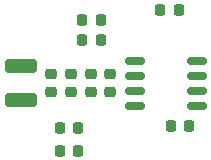
<source format=gtp>
G04 #@! TF.GenerationSoftware,KiCad,Pcbnew,(6.0.8)*
G04 #@! TF.CreationDate,2023-05-19T15:03:30+02:00*
G04 #@! TF.ProjectId,10_Audio_Facile,31305f41-7564-4696-9f5f-466163696c65,rev?*
G04 #@! TF.SameCoordinates,Original*
G04 #@! TF.FileFunction,Paste,Top*
G04 #@! TF.FilePolarity,Positive*
%FSLAX46Y46*%
G04 Gerber Fmt 4.6, Leading zero omitted, Abs format (unit mm)*
G04 Created by KiCad (PCBNEW (6.0.8)) date 2023-05-19 15:03:30*
%MOMM*%
%LPD*%
G01*
G04 APERTURE LIST*
G04 Aperture macros list*
%AMRoundRect*
0 Rectangle with rounded corners*
0 $1 Rounding radius*
0 $2 $3 $4 $5 $6 $7 $8 $9 X,Y pos of 4 corners*
0 Add a 4 corners polygon primitive as box body*
4,1,4,$2,$3,$4,$5,$6,$7,$8,$9,$2,$3,0*
0 Add four circle primitives for the rounded corners*
1,1,$1+$1,$2,$3*
1,1,$1+$1,$4,$5*
1,1,$1+$1,$6,$7*
1,1,$1+$1,$8,$9*
0 Add four rect primitives between the rounded corners*
20,1,$1+$1,$2,$3,$4,$5,0*
20,1,$1+$1,$4,$5,$6,$7,0*
20,1,$1+$1,$6,$7,$8,$9,0*
20,1,$1+$1,$8,$9,$2,$3,0*%
G04 Aperture macros list end*
%ADD10RoundRect,0.218750X0.218750X0.256250X-0.218750X0.256250X-0.218750X-0.256250X0.218750X-0.256250X0*%
%ADD11RoundRect,0.225000X0.225000X0.250000X-0.225000X0.250000X-0.225000X-0.250000X0.225000X-0.250000X0*%
%ADD12RoundRect,0.225000X-0.225000X-0.250000X0.225000X-0.250000X0.225000X0.250000X-0.225000X0.250000X0*%
%ADD13RoundRect,0.225000X0.250000X-0.225000X0.250000X0.225000X-0.250000X0.225000X-0.250000X-0.225000X0*%
%ADD14RoundRect,0.250000X1.100000X-0.325000X1.100000X0.325000X-1.100000X0.325000X-1.100000X-0.325000X0*%
%ADD15RoundRect,0.150000X0.675000X0.150000X-0.675000X0.150000X-0.675000X-0.150000X0.675000X-0.150000X0*%
G04 APERTURE END LIST*
D10*
X112547500Y-74930000D03*
X110972500Y-74930000D03*
X114452500Y-67437000D03*
X112877500Y-67437000D03*
D11*
X112535000Y-76835000D03*
X110985000Y-76835000D03*
X121044000Y-64897000D03*
X119494000Y-64897000D03*
X121933000Y-74777600D03*
X120383000Y-74777600D03*
D12*
X112890000Y-65786000D03*
X114440000Y-65786000D03*
D13*
X115265200Y-71895000D03*
X115265200Y-70345000D03*
X113588800Y-71895000D03*
X113588800Y-70345000D03*
X111912400Y-71895000D03*
X111912400Y-70345000D03*
X110236000Y-71895000D03*
X110236000Y-70345000D03*
D14*
X107696000Y-72595000D03*
X107696000Y-69645000D03*
D15*
X122563800Y-73025000D03*
X122563800Y-71755000D03*
X122563800Y-70485000D03*
X122563800Y-69215000D03*
X117313800Y-69215000D03*
X117313800Y-70485000D03*
X117313800Y-71755000D03*
X117313800Y-73025000D03*
M02*

</source>
